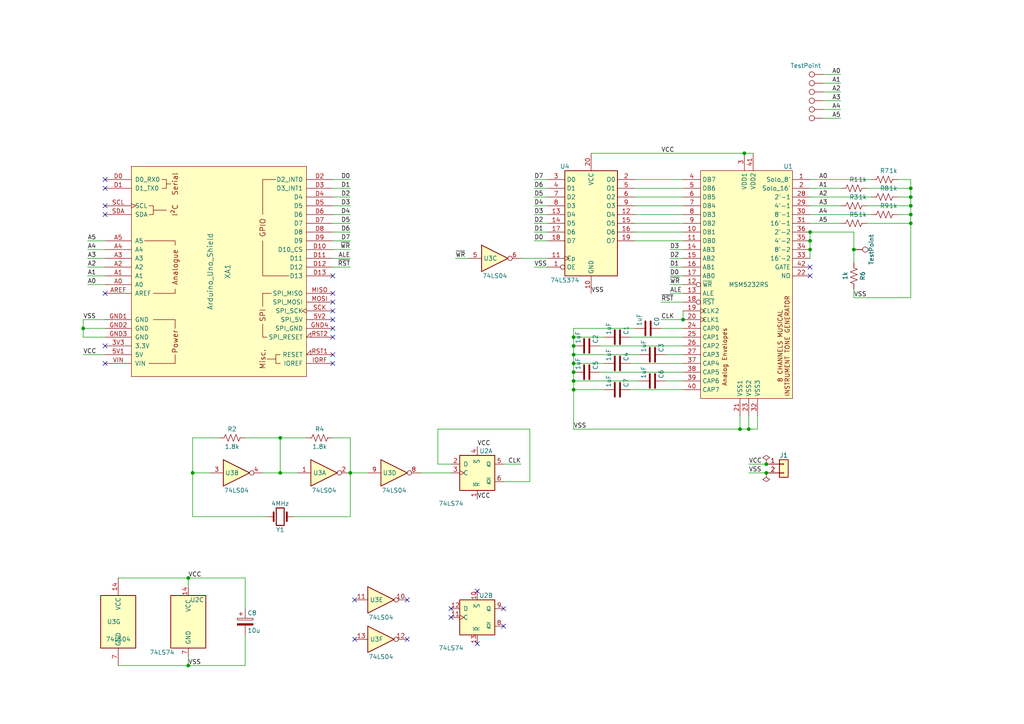
<source format=kicad_sch>
(kicad_sch (version 20231120) (generator "eeschema") (generator_version "8.0")
  (paper "A4")
  (title_block (title "Arduino to MSM5232") (date "2024-12-04") (rev "1") (company "JOTEGO"))
  (lib_symbols
    (symbol "74xx:74LS04"
      (property "Reference" "U" (at 0 1.27 0))
      (property "Value" "74LS04" (at 0 -1.27 0))
      (symbol "74LS04_1_0"
        (polyline (pts (xy -3.81 3.81) (xy -3.81 -3.81) (xy 3.81 0) (xy -3.81 3.81)) (stroke (width 0.254)) (fill (type background)))
        (pin input line (at -7.62 0 0) (length 3.81) (name "~") (number "1"))
        (pin output inverted (at 7.62 0 180) (length 3.81) (name "~") (number "2"))
      )
      (symbol "74LS04_2_0"
        (polyline (pts (xy -3.81 3.81) (xy -3.81 -3.81) (xy 3.81 0) (xy -3.81 3.81)) (stroke (width 0.254)) (fill (type background)))
        (pin input line (at -7.62 0 0) (length 3.81) (name "~") (number "3"))
        (pin output inverted (at 7.62 0 180) (length 3.81) (name "~") (number "4"))
      )
      (symbol "74LS04_3_0"
        (polyline (pts (xy -3.81 3.81) (xy -3.81 -3.81) (xy 3.81 0) (xy -3.81 3.81)) (stroke (width 0.254)) (fill (type background)))
        (pin input line (at -7.62 0 0) (length 3.81) (name "~") (number "5"))
        (pin output inverted (at 7.62 0 180) (length 3.81) (name "~") (number "6"))
      )
      (symbol "74LS04_4_0"
        (polyline (pts (xy -3.81 3.81) (xy -3.81 -3.81) (xy 3.81 0) (xy -3.81 3.81)) (stroke (width 0.254)) (fill (type background)))
        (pin output inverted (at 7.62 0 180) (length 3.81) (name "~") (number "8"))
        (pin input line (at -7.62 0 0) (length 3.81) (name "~") (number "9"))
      )
      (symbol "74LS04_5_0"
        (polyline (pts (xy -3.81 3.81) (xy -3.81 -3.81) (xy 3.81 0) (xy -3.81 3.81)) (stroke (width 0.254)) (fill (type background)))
        (pin output inverted (at 7.62 0 180) (length 3.81) (name "~") (number "10"))
        (pin input line (at -7.62 0 0) (length 3.81) (name "~") (number "11"))
      )
      (symbol "74LS04_6_0"
        (polyline (pts (xy -3.81 3.81) (xy -3.81 -3.81) (xy 3.81 0) (xy -3.81 3.81)) (stroke (width 0.254)) (fill (type background)))
        (pin output inverted (at 7.62 0 180) (length 3.81) (name "~") (number "12"))
        (pin input line (at -7.62 0 0) (length 3.81) (name "~") (number "13"))
      )
      (symbol "74LS04_7_0"
        (pin power_in line (at 0 12.7 270) (length 5.08) (name "VCC") (number "14"))
        (pin power_in line (at 0 -12.7 90) (length 5.08) (name "GND") (number "7"))
      )
      (symbol "74LS04_7_1"
        (rectangle (start -5.08 7.62) (end 5.08 -7.62) (stroke (width 0.254)) (fill (type background)))
      )
    )
    (symbol "74xx:74LS374"
      (property "Reference" "U" (at -7.62 16.51 0))
      (property "Value" "74LS374" (at -7.62 -16.51 0))
      (symbol "74LS374_1_0"
        (pin input inverted (at -12.7 -12.7 0) (length 5.08) (name "OE") (number "1"))
        (pin power_in line (at 0 -20.32 90) (length 5.08) (name "GND") (number "10"))
        (pin input clock (at -12.7 -10.16 0) (length 5.08) (name "Cp") (number "11"))
        (pin tri_state line (at 12.7 2.54 180) (length 5.08) (name "O4") (number "12"))
        (pin input line (at -12.7 2.54 0) (length 5.08) (name "D4") (number "13"))
        (pin input line (at -12.7 0 0) (length 5.08) (name "D5") (number "14"))
        (pin tri_state line (at 12.7 0 180) (length 5.08) (name "O5") (number "15"))
        (pin tri_state line (at 12.7 -2.54 180) (length 5.08) (name "O6") (number "16"))
        (pin input line (at -12.7 -2.54 0) (length 5.08) (name "D6") (number "17"))
        (pin input line (at -12.7 -5.08 0) (length 5.08) (name "D7") (number "18"))
        (pin tri_state line (at 12.7 -5.08 180) (length 5.08) (name "O7") (number "19"))
        (pin tri_state line (at 12.7 12.7 180) (length 5.08) (name "O0") (number "2"))
        (pin power_in line (at 0 20.32 270) (length 5.08) (name "VCC") (number "20"))
        (pin input line (at -12.7 12.7 0) (length 5.08) (name "D0") (number "3"))
        (pin input line (at -12.7 10.16 0) (length 5.08) (name "D1") (number "4"))
        (pin tri_state line (at 12.7 10.16 180) (length 5.08) (name "O1") (number "5"))
        (pin tri_state line (at 12.7 7.62 180) (length 5.08) (name "O2") (number "6"))
        (pin input line (at -12.7 7.62 0) (length 5.08) (name "D2") (number "7"))
        (pin input line (at -12.7 5.08 0) (length 5.08) (name "D3") (number "8"))
        (pin tri_state line (at 12.7 5.08 180) (length 5.08) (name "O3") (number "9"))
      )
      (symbol "74LS374_1_1"
        (rectangle (start -7.62 15.24) (end 7.62 -15.24) (stroke (width 0.254)) (fill (type background)))
      )
    )
    (symbol "74xx:74LS74" (pin_names (offset 1.016))
      (property "Reference" "U" (at -7.62 8.89 0))
      (property "Value" "74LS74" (at -7.62 -8.89 0))
      (symbol "74LS74_1_0"
        (pin input line (at 0 -7.62 90) (length 2.54) (name "~{R}") (number "1"))
        (pin input line (at -7.62 2.54 0) (length 2.54) (name "D") (number "2"))
        (pin input clock (at -7.62 0 0) (length 2.54) (name "C") (number "3"))
        (pin input line (at 0 7.62 270) (length 2.54) (name "~{S}") (number "4"))
        (pin output line (at 7.62 2.54 180) (length 2.54) (name "Q") (number "5"))
        (pin output line (at 7.62 -2.54 180) (length 2.54) (name "~{Q}") (number "6"))
      )
      (symbol "74LS74_1_1"
        (rectangle (start -5.08 5.08) (end 5.08 -5.08) (stroke (width 0.254)) (fill (type background)))
      )
      (symbol "74LS74_2_0"
        (pin input line (at 0 7.62 270) (length 2.54) (name "~{S}") (number "10"))
        (pin input clock (at -7.62 0 0) (length 2.54) (name "C") (number "11"))
        (pin input line (at -7.62 2.54 0) (length 2.54) (name "D") (number "12"))
        (pin input line (at 0 -7.62 90) (length 2.54) (name "~{R}") (number "13"))
        (pin output line (at 7.62 -2.54 180) (length 2.54) (name "~{Q}") (number "8"))
        (pin output line (at 7.62 2.54 180) (length 2.54) (name "Q") (number "9"))
      )
      (symbol "74LS74_2_1"
        (rectangle (start -5.08 5.08) (end 5.08 -5.08) (stroke (width 0.254)) (fill (type background)))
      )
      (symbol "74LS74_3_0"
        (pin power_in line (at 0 10.16 270) (length 2.54) (name "VCC") (number "14"))
        (pin power_in line (at 0 -10.16 90) (length 2.54) (name "GND") (number "7"))
      )
      (symbol "74LS74_3_1"
        (rectangle (start -5.08 7.62) (end 5.08 -7.62) (stroke (width 0.254)) (fill (type background)))
      )
    )
    (symbol "Connector:TestPoint" (pin_numbers hide) (pin_names (offset 0.762) hide)
      (property "Reference" "TP" (at 0 6.858 0))
      (property "Value" "TestPoint" (at 0 5.08 0))
      (symbol "TestPoint_0_1"
        (circle (center 0 3.302) (radius 0.762))
      )
      (symbol "TestPoint_1_1"
        (pin passive line (at 0 0 90) (length 2.54) (name "1") (number "1"))
      )
    )
    (symbol "Connector_Generic:Conn_01x02" (pin_names (offset 1.016) hide)
      (property "Reference" "J" (at 0 2.54 0))
      (property "Value" "Conn_01x02" (at 0 -5.08 0))
      (symbol "Conn_01x02_1_1"
        (rectangle (start -1.27 -2.413) (end 0 -2.667) (stroke (width 0.1524)))
        (rectangle (start -1.27 0.127) (end 0 -0.127) (stroke (width 0.1524)))
        (rectangle (start -1.27 1.27) (end 1.27 -3.81) (stroke (width 0.254)) (fill (type background)))
        (pin passive line (at -5.08 0 0) (length 3.81) (name "Pin_1") (number "1"))
        (pin passive line (at -5.08 -2.54 0) (length 3.81) (name "Pin_2") (number "2"))
      )
    )
    (symbol "Device:C" (pin_numbers hide) (pin_names (offset 0.254))
      (property "Reference" "C" (at 0.635 2.54 0))
      (property "Value" "C" (at 0.635 -2.54 0))
      (symbol "C_0_1"
        (polyline (pts (xy -2.032 -0.762) (xy 2.032 -0.762)) (stroke (width 0.508)))
        (polyline (pts (xy -2.032 0.762) (xy 2.032 0.762)) (stroke (width 0.508)))
      )
      (symbol "C_1_1"
        (pin passive line (at 0 3.81 270) (length 2.794) (name "~") (number "1"))
        (pin passive line (at 0 -3.81 90) (length 2.794) (name "~") (number "2"))
      )
    )
    (symbol "Device:C_Polarized" (pin_numbers hide) (pin_names (offset 0.254))
      (property "Reference" "C" (at 0.635 2.54 0))
      (property "Value" "C_Polarized" (at 0.635 -2.54 0))
      (symbol "C_Polarized_0_1"
        (rectangle (start -2.286 0.508) (end 2.286 1.016))
        (polyline (pts (xy -1.778 2.286) (xy -0.762 2.286)))
        (polyline (pts (xy -1.27 2.794) (xy -1.27 1.778)))
        (rectangle (start 2.286 -0.508) (end -2.286 -1.016) (fill (type outline)))
      )
      (symbol "C_Polarized_1_1"
        (pin passive line (at 0 3.81 270) (length 2.794) (name "~") (number "1"))
        (pin passive line (at 0 -3.81 90) (length 2.794) (name "~") (number "2"))
      )
    )
    (symbol "Device:Crystal" (pin_numbers hide) (pin_names (offset 1.016) hide)
      (property "Reference" "Y" (at 0 3.81 0))
      (property "Value" "Crystal" (at 0 -3.81 0))
      (symbol "Crystal_0_1"
        (rectangle (start -1.143 2.54) (end 1.143 -2.54) (stroke (width 0.3048)))
        (polyline (pts (xy -2.54 0) (xy -1.905 0)))
        (polyline (pts (xy -1.905 -1.27) (xy -1.905 1.27)) (stroke (width 0.508)))
        (polyline (pts (xy 1.905 -1.27) (xy 1.905 1.27)) (stroke (width 0.508)))
        (polyline (pts (xy 2.54 0) (xy 1.905 0)))
      )
      (symbol "Crystal_1_1"
        (pin passive line (at -3.81 0 0) (length 1.27) (name "1") (number "1"))
        (pin passive line (at 3.81 0 180) (length 1.27) (name "2") (number "2"))
      )
    )
    (symbol "Device:R_US" (pin_numbers hide) (pin_names (offset 0))
      (property "Reference" "R" (at 2.54 0 90))
      (property "Value" "R_US" (at -2.54 0 90))
      (symbol "R_US_0_1"
        (polyline (pts (xy 0 -2.286) (xy 0 -2.54)))
        (polyline (pts (xy 0 2.286) (xy 0 2.54)))
        (polyline (pts (xy 0 -0.762) (xy 1.016 -1.143) (xy 0 -1.524) (xy -1.016 -1.905) (xy 0 -2.286)))
        (polyline (pts (xy 0 0.762) (xy 1.016 0.381) (xy 0 0) (xy -1.016 -0.381) (xy 0 -0.762)))
        (polyline (pts (xy 0 2.286) (xy 1.016 1.905) (xy 0 1.524) (xy -1.016 1.143) (xy 0 0.762)))
      )
      (symbol "R_US_1_1"
        (pin passive line (at 0 3.81 270) (length 1.27) (name "~") (number "1"))
        (pin passive line (at 0 -3.81 90) (length 1.27) (name "~") (number "2"))
      )
    )
    (symbol "arduino:Arduino_Uno_Shield" (pin_names (offset 1.016))
      (property "Reference" "XA" (at 2.54 0 90))
      (property "Value" "Arduino_Uno_Shield" (at -2.54 0 90))
      (symbol "Arduino_Uno_Shield_0_0"
        (rectangle (start -25.4 30.48) (end 25.4 -30.48) (fill (type background)))
        (rectangle (start -20.32 -26.67) (end -12.7 -26.67))
        (rectangle (start -19.05 -13.97) (end -12.7 -13.97))
        (polyline (pts (xy -19.05 17.78) (xy -15.24 17.78)))
        (polyline (pts (xy -15.24 25.4) (xy -13.97 25.4)))
        (polyline (pts (xy -12.7 -26.67) (xy -12.7 -24.13)))
        (polyline (pts (xy -12.7 -15.24) (xy -12.7 -16.51)))
        (polyline (pts (xy -12.7 -13.97) (xy -12.7 -15.24)))
        (polyline (pts (xy -12.7 -5.08) (xy -12.7 -6.35) (xy -19.05 -6.35)))
        (polyline (pts (xy -12.7 7.62) (xy -12.7 8.89) (xy -21.59 8.89)))
        (polyline (pts (xy 12.7 8.89) (xy 12.7 -1.27) (xy 20.32 -1.27)))
        (polyline (pts (xy 12.7 16.51) (xy 12.7 26.67) (xy 16.51 26.67)))
        (polyline (pts (xy -20.32 19.05) (xy -19.05 19.05) (xy -19.05 16.51) (xy -20.32 16.51)))
        (polyline (pts (xy -16.51 26.67) (xy -15.24 26.67) (xy -15.24 24.13) (xy -16.51 24.13)))
        (rectangle (start 12.7 -19.05) (end 12.7 -15.24))
        (rectangle (start 12.7 -10.16) (end 12.7 -6.35))
        (rectangle (start 13.97 -19.05) (end 12.7 -19.05))
        (rectangle (start 15.24 -6.35) (end 12.7 -6.35))
        (rectangle (start 16.51 -25.4) (end 13.97 -25.4))
        (rectangle (start 16.51 -24.13) (end 16.51 -26.67))
        (rectangle (start 17.78 -26.67) (end 16.51 -26.67))
        (rectangle (start 17.78 -24.13) (end 16.51 -24.13))
        (text "Analogue" (at -12.7 1.27 900) (effects (font (size 1.524 1.524))))
        (text "I²C" (at -12.7 17.78 900) (effects (font (size 1.524 1.524))))
        (text "Misc." (at 12.7 -25.4 900) (effects (font (size 1.524 1.524))))
        (text "Power" (at -12.7 -20.32 900) (effects (font (size 1.524 1.524))))
        (text "Serial" (at -12.7 25.4 900) (effects (font (size 1.524 1.524))))
        (text "SPI" (at 12.7 -12.7 900) (effects (font (size 1.524 1.524))))
      )
      (symbol "Arduino_Uno_Shield_1_0"
        (text "GPIO" (at 12.7 12.7 900) (effects (font (size 1.524 1.524))))
      )
      (symbol "Arduino_Uno_Shield_1_1"
        (pin power_in line (at -33.02 -21.59 0) (length 7.62) (name "3.3V") (number "3V3"))
        (pin power_in line (at -33.02 -24.13 0) (length 7.62) (name "5V") (number "5V1"))
        (pin power_in line (at 33.02 -13.97 180) (length 7.62) (name "SPI_5V") (number "5V2"))
        (pin bidirectional line (at -33.02 -3.81 0) (length 7.62) (name "A0") (number "A0"))
        (pin bidirectional line (at -33.02 -1.27 0) (length 7.62) (name "A1") (number "A1"))
        (pin bidirectional line (at -33.02 1.27 0) (length 7.62) (name "A2") (number "A2"))
        (pin bidirectional line (at -33.02 3.81 0) (length 7.62) (name "A3") (number "A3"))
        (pin bidirectional line (at -33.02 6.35 0) (length 7.62) (name "A4") (number "A4"))
        (pin bidirectional line (at -33.02 8.89 0) (length 7.62) (name "A5") (number "A5"))
        (pin input line (at -33.02 -6.35 0) (length 7.62) (name "AREF") (number "AREF"))
        (pin bidirectional line (at -33.02 26.67 0) (length 7.62) (name "D0_RX0") (number "D0"))
        (pin bidirectional line (at -33.02 24.13 0) (length 7.62) (name "D1_TX0") (number "D1"))
        (pin bidirectional line (at 33.02 6.35 180) (length 7.62) (name "D10_CS") (number "D10"))
        (pin bidirectional line (at 33.02 3.81 180) (length 7.62) (name "D11") (number "D11"))
        (pin bidirectional line (at 33.02 1.27 180) (length 7.62) (name "D12") (number "D12"))
        (pin bidirectional line (at 33.02 -1.27 180) (length 7.62) (name "D13") (number "D13"))
        (pin bidirectional line (at 33.02 26.67 180) (length 7.62) (name "D2_INT0") (number "D2"))
        (pin bidirectional line (at 33.02 24.13 180) (length 7.62) (name "D3_INT1") (number "D3"))
        (pin bidirectional line (at 33.02 21.59 180) (length 7.62) (name "D4") (number "D4"))
        (pin bidirectional line (at 33.02 19.05 180) (length 7.62) (name "D5") (number "D5"))
        (pin bidirectional line (at 33.02 16.51 180) (length 7.62) (name "D6") (number "D6"))
        (pin bidirectional line (at 33.02 13.97 180) (length 7.62) (name "D7") (number "D7"))
        (pin bidirectional line (at 33.02 11.43 180) (length 7.62) (name "D8") (number "D8"))
        (pin bidirectional line (at 33.02 8.89 180) (length 7.62) (name "D9") (number "D9"))
        (pin power_in line (at -33.02 -13.97 0) (length 7.62) (name "GND") (number "GND1"))
        (pin power_in line (at -33.02 -16.51 0) (length 7.62) (name "GND") (number "GND2"))
        (pin power_in line (at -33.02 -19.05 0) (length 7.62) (name "GND") (number "GND3"))
        (pin power_in line (at 33.02 -16.51 180) (length 7.62) (name "SPI_GND") (number "GND4"))
        (pin output line (at 33.02 -26.67 180) (length 7.62) (name "IOREF") (number "IORF"))
        (pin input line (at 33.02 -6.35 180) (length 7.62) (name "SPI_MISO") (number "MISO"))
        (pin output line (at 33.02 -8.89 180) (length 7.62) (name "SPI_MOSI") (number "MOSI"))
        (pin open_collector input_low (at 33.02 -24.13 180) (length 7.62) (name "RESET") (number "RST1"))
        (pin open_collector input_low (at 33.02 -19.05 180) (length 7.62) (name "SPI_RESET") (number "RST2"))
        (pin output clock (at 33.02 -11.43 180) (length 7.62) (name "SPI_SCK") (number "SCK"))
        (pin bidirectional clock (at -33.02 19.05 0) (length 7.62) (name "SCL") (number "SCL"))
        (pin bidirectional line (at -33.02 16.51 0) (length 7.62) (name "SDA") (number "SDA"))
        (pin power_in line (at -33.02 -26.67 0) (length 7.62) (name "VIN") (number "VIN"))
      )
    )
    (symbol "oki:MSM5232RS"
      (property "Reference" "U" (at 0 2.54 0))
      (property "Value" "MSM5232RS" (at 0 0 0))
      (symbol "MSM5232RS_1_1"
        (rectangle (start -13.97 33.02) (end 12.7 -33.02) (fill (type background)))
        (text "8 CHANNELS MUSICAL\nINSTRUMENT TONE GENERATOR" (at 10.16 -17.78 900) (effects (font (size 1.27 1.27))))
        (text "Analog Envelopes" (at -6.985 -20.955 900) (effects (font (size 1.27 1.27))))
        (pin output line (at 17.78 30.48 180) (length 5.08) (name "Solo_8'") (number "1"))
        (pin input line (at -19.05 15.24 0) (length 5.08) (name "DB1") (number "10"))
        (pin input line (at -19.05 12.7 0) (length 5.08) (name "DB0") (number "11"))
        (pin input inverted (at -19.05 0 0) (length 5.08) (name "~{WR}") (number "12"))
        (pin input line (at -19.05 -2.54 0) (length 5.08) (name "ALE") (number "13"))
        (pin input line (at -19.05 10.16 0) (length 5.08) (name "AB3") (number "14"))
        (pin input line (at -19.05 7.62 0) (length 5.08) (name "AB2") (number "15"))
        (pin input line (at -19.05 5.08 0) (length 5.08) (name "AB1") (number "16"))
        (pin input line (at -19.05 2.54 0) (length 5.08) (name "AB0") (number "17"))
        (pin input inverted (at -19.05 -5.08 0) (length 5.08) (name "~{RST}") (number "18"))
        (pin input clock (at -19.05 -7.62 0) (length 5.08) (name "CLK2") (number "19"))
        (pin output line (at 17.78 27.94 180) (length 5.08) (name "Solo_16'") (number "2"))
        (pin input clock (at -19.05 -10.16 0) (length 5.08) (name "CLK1") (number "20"))
        (pin power_in line (at -2.54 -38.1 90) (length 5.08) (name "VSS1") (number "21"))
        (pin output line (at 17.78 2.54 180) (length 5.08) (name "NO") (number "22"))
        (pin power_in line (at 0 -38.1 90) (length 5.08) (name "VSS2") (number "23"))
        (pin input line (at -19.05 -12.7 0) (length 5.08) (name "CAP0") (number "24"))
        (pin input line (at -19.05 -15.24 0) (length 5.08) (name "CAP1") (number "25"))
        (pin input line (at -19.05 -17.78 0) (length 5.08) (name "CAP2") (number "26"))
        (pin input line (at -19.05 -20.32 0) (length 5.08) (name "CAP3") (number "27"))
        (pin passive line (at 17.78 25.4 180) (length 5.08) (name "2'-1") (number "28"))
        (pin passive line (at 17.78 22.86 180) (length 5.08) (name "4'-1") (number "29"))
        (pin power_in line (at -1.27 38.1 270) (length 5.08) (name "VDD1") (number "3"))
        (pin passive line (at 17.78 20.32 180) (length 5.08) (name "8'-1") (number "30"))
        (pin passive line (at 17.78 17.78 180) (length 5.08) (name "16'-1") (number "31"))
        (pin power_in line (at 2.54 -38.1 90) (length 5.08) (name "VSS3") (number "32"))
        (pin passive line (at 17.78 7.62 180) (length 5.08) (name "16'-2") (number "33"))
        (pin passive line (at 17.78 10.16 180) (length 5.08) (name "8'-2") (number "34"))
        (pin passive line (at 17.78 12.7 180) (length 5.08) (name "4'-2") (number "35"))
        (pin passive line (at 17.78 15.24 180) (length 5.08) (name "2'-2") (number "36"))
        (pin input line (at -19.05 -22.86 0) (length 5.08) (name "CAP4") (number "37"))
        (pin input line (at -19.05 -25.4 0) (length 5.08) (name "CAP5") (number "38"))
        (pin input line (at -19.05 -27.94 0) (length 5.08) (name "CAP6") (number "39"))
        (pin input line (at -19.05 30.48 0) (length 5.08) (name "DB7") (number "4"))
        (pin input line (at -19.05 -30.48 0) (length 5.08) (name "CAP7") (number "40"))
        (pin power_in line (at 1.27 38.1 270) (length 5.08) (name "VDD2") (number "41"))
        (pin output line (at 17.78 5.08 180) (length 5.08) (name "GATE") (number "42"))
        (pin input line (at -19.05 27.94 0) (length 5.08) (name "DB6") (number "5"))
        (pin input line (at -19.05 25.4 0) (length 5.08) (name "DB5") (number "6"))
        (pin input line (at -19.05 22.86 0) (length 5.08) (name "DB4") (number "7"))
        (pin input line (at -19.05 20.32 0) (length 5.08) (name "DB3") (number "8"))
        (pin input line (at -19.05 17.78 0) (length 5.08) (name "DB2") (number "9"))
      )
    )
    (symbol "power:PWR_FLAG" (power) (pin_numbers hide) (pin_names (offset 0) hide)
      (property "Value" "PWR_FLAG" (at 0 3.81 0))
      (symbol "PWR_FLAG_0_0"
        (pin power_out line (at 0 0 90) (length 0) (name "~") (number "1"))
      )
      (symbol "PWR_FLAG_0_1"
        (polyline (pts (xy 0 0) (xy 0 1.27) (xy -1.016 1.905) (xy 0 2.54) (xy 1.016 1.905) (xy 0 1.27)))
      )
    )
  )
  (junction (at 166.37 113.03))
  (junction (at 247.65 72.39))
  (junction (at 81.28 137.16))
  (junction (at 54.61 193.04))
  (junction (at 264.16 54.61))
  (junction (at 166.37 100.33))
  (junction (at 234.95 72.39))
  (junction (at 264.16 57.15))
  (junction (at 166.37 97.79))
  (junction (at 198.12 92.71))
  (junction (at 215.9 44.45))
  (junction (at 166.37 110.49))
  (junction (at 234.95 69.85))
  (junction (at 264.16 59.69))
  (junction (at 264.16 64.77))
  (junction (at 234.95 67.31))
  (junction (at 214.63 124.46))
  (junction (at 166.37 102.87))
  (junction (at 166.37 105.41))
  (junction (at 222.25 137.16))
  (junction (at 54.61 167.64))
  (junction (at 55.88 137.16))
  (junction (at 264.16 62.23))
  (junction (at 101.6 137.16))
  (junction (at 222.25 134.62))
  (junction (at 217.17 124.46))
  (junction (at 81.28 127))
  (junction (at 166.37 107.95))
  (junction (at 24.13 95.25))
  (no_connect (at 96.52 97.79))
  (no_connect (at 30.48 54.61))
  (no_connect (at 146.05 176.53))
  (no_connect (at 118.11 185.42))
  (no_connect (at 96.52 105.41))
  (no_connect (at 234.95 80.01))
  (no_connect (at 146.05 181.61))
  (no_connect (at 96.52 95.25))
  (no_connect (at 102.87 173.99))
  (no_connect (at 30.48 105.41))
  (no_connect (at 96.52 90.17))
  (no_connect (at 30.48 52.07))
  (no_connect (at 130.81 179.07))
  (no_connect (at 30.48 59.69))
  (no_connect (at 96.52 92.71))
  (no_connect (at 30.48 85.09))
  (no_connect (at 130.81 176.53))
  (no_connect (at 138.43 171.45))
  (no_connect (at 96.52 87.63))
  (no_connect (at 138.43 186.69))
  (no_connect (at 118.11 173.99))
  (no_connect (at 96.52 85.09))
  (no_connect (at 102.87 185.42))
  (no_connect (at 30.48 100.33))
  (no_connect (at 234.95 77.47))
  (no_connect (at 30.48 62.23))
  (no_connect (at 96.52 102.87))
  (no_connect (at 96.52 80.01))
  (wire (pts (xy 238.76 29.21) (xy 243.84 29.21)))
  (wire (pts (xy 30.48 77.47) (xy 25.4 77.47)))
  (wire (pts (xy 154.94 67.31) (xy 158.75 67.31)))
  (wire (pts (xy 234.95 54.61) (xy 243.84 54.61)))
  (wire (pts (xy 55.88 137.16) (xy 55.88 127)))
  (wire (pts (xy 182.88 113.03) (xy 198.12 113.03)))
  (wire (pts (xy 60.96 137.16) (xy 55.88 137.16)))
  (wire (pts (xy 96.52 57.15) (xy 101.6 57.15)))
  (wire (pts (xy 96.52 54.61) (xy 101.6 54.61)))
  (wire (pts (xy 166.37 95.25) (xy 166.37 97.79)))
  (wire (pts (xy 30.48 82.55) (xy 25.4 82.55)))
  (wire (pts (xy 234.95 52.07) (xy 252.73 52.07)))
  (wire (pts (xy 71.12 167.64) (xy 54.61 167.64)))
  (wire (pts (xy 238.76 26.67) (xy 243.84 26.67)))
  (wire (pts (xy 264.16 52.07) (xy 264.16 54.61)))
  (wire (pts (xy 96.52 69.85) (xy 101.6 69.85)))
  (wire (pts (xy 191.77 87.63) (xy 198.12 87.63)))
  (wire (pts (xy 101.6 137.16) (xy 101.6 149.86)))
  (wire (pts (xy 260.35 62.23) (xy 264.16 62.23)))
  (wire (pts (xy 154.94 52.07) (xy 158.75 52.07)))
  (wire (pts (xy 260.35 52.07) (xy 264.16 52.07)))
  (wire (pts (xy 247.65 72.39) (xy 247.65 76.2)))
  (wire (pts (xy 234.95 72.39) (xy 234.95 74.93)))
  (wire (pts (xy 238.76 21.59) (xy 243.84 21.59)))
  (wire (pts (xy 24.13 97.79) (xy 30.48 97.79)))
  (wire (pts (xy 24.13 95.25) (xy 24.13 97.79)))
  (wire (pts (xy 194.31 80.01) (xy 198.12 80.01)))
  (wire (pts (xy 234.95 59.69) (xy 243.84 59.69)))
  (wire (pts (xy 264.16 54.61) (xy 264.16 57.15)))
  (wire (pts (xy 215.9 44.45) (xy 218.44 44.45)))
  (wire (pts (xy 166.37 110.49) (xy 185.42 110.49)))
  (wire (pts (xy 238.76 31.75) (xy 243.84 31.75)))
  (wire (pts (xy 234.95 67.31) (xy 234.95 69.85)))
  (wire (pts (xy 96.52 67.31) (xy 101.6 67.31)))
  (wire (pts (xy 214.63 124.46) (xy 217.17 124.46)))
  (wire (pts (xy 238.76 34.29) (xy 243.84 34.29)))
  (wire (pts (xy 30.48 69.85) (xy 25.4 69.85)))
  (wire (pts (xy 194.31 85.09) (xy 198.12 85.09)))
  (wire (pts (xy 166.37 105.41) (xy 175.26 105.41)))
  (wire (pts (xy 96.52 62.23) (xy 101.6 62.23)))
  (wire (pts (xy 151.13 74.93) (xy 158.75 74.93)))
  (wire (pts (xy 264.16 64.77) (xy 251.46 64.77)))
  (wire (pts (xy 175.26 113.03) (xy 166.37 113.03)))
  (wire (pts (xy 264.16 86.36) (xy 247.65 86.36)))
  (wire (pts (xy 173.99 107.95) (xy 198.12 107.95)))
  (wire (pts (xy 153.67 139.7) (xy 146.05 139.7)))
  (wire (pts (xy 238.76 24.13) (xy 243.84 24.13)))
  (wire (pts (xy 166.37 102.87) (xy 166.37 105.41)))
  (wire (pts (xy 127 124.46) (xy 153.67 124.46)))
  (wire (pts (xy 154.94 62.23) (xy 158.75 62.23)))
  (wire (pts (xy 55.88 127) (xy 63.5 127)))
  (wire (pts (xy 234.95 64.77) (xy 243.84 64.77)))
  (wire (pts (xy 71.12 184.15) (xy 71.12 193.04)))
  (wire (pts (xy 34.29 193.04) (xy 54.61 193.04)))
  (wire (pts (xy 153.67 124.46) (xy 153.67 139.7)))
  (wire (pts (xy 247.65 86.36) (xy 247.65 83.82)))
  (wire (pts (xy 166.37 100.33) (xy 166.37 102.87)))
  (wire (pts (xy 30.48 72.39) (xy 25.4 72.39)))
  (wire (pts (xy 184.15 69.85) (xy 198.12 69.85)))
  (wire (pts (xy 24.13 92.71) (xy 30.48 92.71)))
  (wire (pts (xy 264.16 64.77) (xy 264.16 86.36)))
  (wire (pts (xy 193.04 102.87) (xy 198.12 102.87)))
  (wire (pts (xy 54.61 167.64) (xy 54.61 170.18)))
  (wire (pts (xy 81.28 127) (xy 88.9 127)))
  (wire (pts (xy 234.95 57.15) (xy 252.73 57.15)))
  (wire (pts (xy 76.2 137.16) (xy 81.28 137.16)))
  (wire (pts (xy 193.04 110.49) (xy 198.12 110.49)))
  (wire (pts (xy 166.37 113.03) (xy 166.37 110.49)))
  (wire (pts (xy 234.95 69.85) (xy 234.95 72.39)))
  (wire (pts (xy 182.88 97.79) (xy 198.12 97.79)))
  (wire (pts (xy 184.15 59.69) (xy 198.12 59.69)))
  (wire (pts (xy 166.37 105.41) (xy 166.37 107.95)))
  (wire (pts (xy 71.12 193.04) (xy 54.61 193.04)))
  (wire (pts (xy 184.15 62.23) (xy 198.12 62.23)))
  (wire (pts (xy 30.48 80.01) (xy 25.4 80.01)))
  (wire (pts (xy 101.6 149.86) (xy 85.09 149.86)))
  (wire (pts (xy 96.52 59.69) (xy 101.6 59.69)))
  (wire (pts (xy 173.99 100.33) (xy 198.12 100.33)))
  (wire (pts (xy 154.94 57.15) (xy 158.75 57.15)))
  (wire (pts (xy 251.46 59.69) (xy 264.16 59.69)))
  (wire (pts (xy 81.28 137.16) (xy 81.28 127)))
  (wire (pts (xy 154.94 69.85) (xy 158.75 69.85)))
  (wire (pts (xy 166.37 97.79) (xy 166.37 100.33)))
  (wire (pts (xy 54.61 193.04) (xy 54.61 190.5)))
  (wire (pts (xy 55.88 137.16) (xy 55.88 149.86)))
  (wire (pts (xy 184.15 54.61) (xy 198.12 54.61)))
  (wire (pts (xy 184.15 52.07) (xy 198.12 52.07)))
  (wire (pts (xy 194.31 74.93) (xy 198.12 74.93)))
  (wire (pts (xy 154.94 54.61) (xy 158.75 54.61)))
  (wire (pts (xy 234.95 62.23) (xy 252.73 62.23)))
  (wire (pts (xy 184.15 64.77) (xy 198.12 64.77)))
  (wire (pts (xy 219.71 124.46) (xy 219.71 120.65)))
  (wire (pts (xy 264.16 59.69) (xy 264.16 62.23)))
  (wire (pts (xy 194.31 82.55) (xy 198.12 82.55)))
  (wire (pts (xy 101.6 127) (xy 101.6 137.16)))
  (wire (pts (xy 264.16 62.23) (xy 264.16 64.77)))
  (wire (pts (xy 214.63 120.65) (xy 214.63 124.46)))
  (wire (pts (xy 264.16 57.15) (xy 264.16 59.69)))
  (wire (pts (xy 55.88 149.86) (xy 77.47 149.86)))
  (wire (pts (xy 198.12 90.17) (xy 198.12 92.71)))
  (wire (pts (xy 30.48 74.93) (xy 25.4 74.93)))
  (wire (pts (xy 191.77 95.25) (xy 198.12 95.25)))
  (wire (pts (xy 24.13 95.25) (xy 30.48 95.25)))
  (wire (pts (xy 71.12 176.53) (xy 71.12 167.64)))
  (wire (pts (xy 130.81 134.62) (xy 127 134.62)))
  (wire (pts (xy 96.52 64.77) (xy 101.6 64.77)))
  (wire (pts (xy 96.52 74.93) (xy 101.6 74.93)))
  (wire (pts (xy 166.37 113.03) (xy 166.37 124.46)))
  (wire (pts (xy 166.37 124.46) (xy 214.63 124.46)))
  (wire (pts (xy 146.05 134.62) (xy 151.13 134.62)))
  (wire (pts (xy 251.46 54.61) (xy 264.16 54.61)))
  (wire (pts (xy 194.31 72.39) (xy 198.12 72.39)))
  (wire (pts (xy 81.28 137.16) (xy 86.36 137.16)))
  (wire (pts (xy 260.35 57.15) (xy 264.16 57.15)))
  (wire (pts (xy 127 134.62) (xy 127 124.46)))
  (wire (pts (xy 217.17 120.65) (xy 217.17 124.46)))
  (wire (pts (xy 121.92 137.16) (xy 130.81 137.16)))
  (wire (pts (xy 184.15 67.31) (xy 198.12 67.31)))
  (wire (pts (xy 184.15 95.25) (xy 166.37 95.25)))
  (wire (pts (xy 96.52 127) (xy 101.6 127)))
  (wire (pts (xy 101.6 137.16) (xy 106.68 137.16)))
  (wire (pts (xy 171.45 44.45) (xy 215.9 44.45)))
  (wire (pts (xy 96.52 77.47) (xy 101.6 77.47)))
  (wire (pts (xy 132.08 74.93) (xy 135.89 74.93)))
  (wire (pts (xy 234.95 67.31) (xy 247.65 67.31)))
  (wire (pts (xy 154.94 59.69) (xy 158.75 59.69)))
  (wire (pts (xy 166.37 97.79) (xy 175.26 97.79)))
  (wire (pts (xy 96.52 72.39) (xy 101.6 72.39)))
  (wire (pts (xy 184.15 57.15) (xy 198.12 57.15)))
  (wire (pts (xy 191.77 92.71) (xy 198.12 92.71)))
  (wire (pts (xy 217.17 137.16) (xy 222.25 137.16)))
  (wire (pts (xy 154.94 64.77) (xy 158.75 64.77)))
  (wire (pts (xy 217.17 134.62) (xy 222.25 134.62)))
  (wire (pts (xy 217.17 124.46) (xy 219.71 124.46)))
  (wire (pts (xy 24.13 102.87) (xy 30.48 102.87)))
  (wire (pts (xy 96.52 52.07) (xy 101.6 52.07)))
  (wire (pts (xy 71.12 127) (xy 81.28 127)))
  (wire (pts (xy 166.37 102.87) (xy 185.42 102.87)))
  (wire (pts (xy 247.65 67.31) (xy 247.65 72.39)))
  (wire (pts (xy 154.94 77.47) (xy 158.75 77.47)))
  (wire (pts (xy 194.31 77.47) (xy 198.12 77.47)))
  (wire (pts (xy 166.37 110.49) (xy 166.37 107.95)))
  (wire (pts (xy 34.29 167.64) (xy 54.61 167.64)))
  (wire (pts (xy 182.88 105.41) (xy 198.12 105.41)))
  (wire (pts (xy 24.13 92.71) (xy 24.13 95.25)))
  (label "ALE" (at 101.6 74.93 180))
  (label "A3" (at 243.84 29.21 180))
  (label "A2" (at 240.03 57.15 180))
  (label "VSS" (at 171.45 85.09 0))
  (label "~{RST}" (at 191.77 87.63 0))
  (label "D5" (at 154.94 57.15 0))
  (label "D7" (at 101.6 69.85 180))
  (label "A0" (at 243.84 21.59 180))
  (label "A3" (at 240.03 59.69 180))
  (label "~{WR}" (at 194.31 82.55 0))
  (label "VCC" (at 191.77 44.45 0))
  (label "D0" (at 101.6 52.07 180))
  (label "A2" (at 243.84 26.67 180))
  (label "D5" (at 101.6 64.77 180))
  (label "D3" (at 194.31 72.39 0))
  (label "ALE" (at 194.31 85.09 0))
  (label "VCC" (at 138.43 129.54 0))
  (label "A3" (at 25.4 74.93 0))
  (label "~{WR}" (at 101.6 72.39 180))
  (label "D2" (at 154.94 64.77 0))
  (label "A1" (at 25.4 80.01 0))
  (label "D2" (at 101.6 57.15 180))
  (label "VCC" (at 24.13 102.87 0))
  (label "~{WR}" (at 132.08 74.93 0))
  (label "D2" (at 194.31 74.93 0))
  (label "D6" (at 101.6 67.31 180))
  (label "CLK" (at 151.13 134.62 180))
  (label "D1" (at 154.94 67.31 0))
  (label "VCC" (at 54.61 167.64 0))
  (label "A4" (at 243.84 31.75 180))
  (label "A5" (at 243.84 34.29 180))
  (label "D3" (at 154.94 62.23 0))
  (label "VSS" (at 166.37 124.46 0))
  (label "A4" (at 25.4 72.39 0))
  (label "A0" (at 240.03 52.07 180))
  (label "A1" (at 243.84 24.13 180))
  (label "D7" (at 154.94 52.07 0))
  (label "VSS" (at 54.61 193.04 0))
  (label "CLK" (at 191.77 92.71 0))
  (label "A0" (at 25.4 82.55 0))
  (label "D1" (at 194.31 77.47 0))
  (label "D4" (at 154.94 59.69 0))
  (label "D3" (at 101.6 59.69 180))
  (label "A1" (at 240.03 54.61 180))
  (label "A5" (at 25.4 69.85 0))
  (label "VCC" (at 138.43 144.78 0))
  (label "VCC" (at 217.17 134.62 0))
  (label "VSS" (at 217.17 137.16 0))
  (label "A4" (at 240.03 62.23 180))
  (label "VSS" (at 247.65 86.36 0))
  (label "D0" (at 194.31 80.01 0))
  (label "~{RST}" (at 101.6 77.47 180))
  (label "A5" (at 240.03 64.77 180))
  (label "VSS" (at 24.13 92.71 0))
  (label "D4" (at 101.6 62.23 180))
  (label "VSS" (at 154.94 77.47 0))
  (label "D6" (at 154.94 54.61 0))
  (label "A2" (at 25.4 77.47 0))
  (label "D1" (at 101.6 54.61 180))
  (label "D0" (at 154.94 69.85 0))
  (symbol (lib_id "Device:Crystal") (at 81.28 149.86 180) (unit 1)
    (property "Reference" "Y1" (at 81.28 153.67 0))
    (property "Value" "4MHz" (at 81.28 146.05 0))
    (property "Description" "Two pin crystal" (effects (hide yes)))
  )
  (symbol (lib_id "Device:C") (at 189.23 102.87 270) (mirror x) (unit 1)
    (property "Reference" "C3" (at 191.77 102.235 0) (effects (justify left)))
    (property "Value" "1uF" (at 186.69 102.235 0) (effects (justify left)))
    (property "Description" "Unpolarized capacitor" (effects (hide yes)))
  )
  (symbol (lib_id "power:PWR_FLAG") (at 222.25 134.62 0) (unit 1)
    (property "Reference" "#FLG01" (effects (hide yes)))
    (property "Value" "PWR_FLAG" (effects (hide yes)))
    (property "Description" "Special symbol for telling ERC where power comes from" (effects (hide yes)))
  )
  (symbol (lib_id "Device:R_US") (at 247.65 54.61 90) (unit 1)
    (property "Reference" "R1" (at 247.65 52.07 90))
    (property "Value" "1k" (at 250.19 52.07 90))
    (property "Description" "Resistor, US symbol" (effects (hide yes)))
  )
  (symbol (lib_id "Device:C") (at 170.18 107.95 270) (mirror x) (unit 1)
    (property "Reference" "C5" (at 172.72 107.315 0) (effects (justify left)))
    (property "Value" "1uF" (at 167.64 107.315 0) (effects (justify left)))
    (property "Description" "Unpolarized capacitor" (effects (hide yes)))
  )
  (symbol (lib_id "74xx:74LS04") (at 114.3 137.16 0) (unit 4)
    (property "Reference" "U3" (at 113.03 137.16 0))
    (property "Value" "74LS04" (at 114.3 142.24 0))
    (property "Datasheet" "http://www.ti.com/lit/gpn/sn74LS04" (effects (hide yes)))
    (property "Description" "Hex Inverter" (effects (hide yes)))
  )
  (symbol (lib_id "arduino:Arduino_Uno_Shield") (at 63.5 78.74 0) (unit 1)
    (property "Reference" "XA1" (at 66.04 78.74 90) (effects (font (size 1.524 1.524))))
    (property "Value" "Arduino_Uno_Shield" (at 60.96 78.74 90) (effects (font (size 1.524 1.524))))
    (property "Datasheet" "https://store.arduino.cc/arduino-uno-rev3" (effects (hide yes)))
    (property "Description" "Shield for Arduino Uno" (effects (hide yes)))
  )
  (symbol (lib_id "74xx:74LS374") (at 171.45 64.77 0) (unit 1)
    (property "Reference" "U4" (at 163.83 48.26 0))
    (property "Value" "74LS374" (at 163.83 81.28 0))
    (property "Datasheet" "http://www.ti.com/lit/gpn/sn74LS374" (effects (hide yes)))
    (property "Description" "8-bit Register, 3-state outputs" (effects (hide yes)))
  )
  (symbol (lib_id "oki:MSM5232RS") (at 217.17 82.55 0) (unit 1)
    (property "Reference" "U1" (at 228.6 48.26 0))
    (property "Value" "MSM5232RS" (at 217.17 82.55 0))
    (property "Datasheet" "https://es.scribd.com/document/265039257/msm5232rs" (effects (hide yes)))
  )
  (symbol (lib_id "Connector:TestPoint") (at 238.76 21.59 90) (unit 1)
    (property "Reference" "TP1" (effects (hide yes)))
    (property "Value" "TestPoint" (at 233.68 19.05 90))
    (property "Description" "test point" (effects (hide yes)))
  )
  (symbol (lib_id "Connector:TestPoint") (at 238.76 26.67 90) (unit 1)
    (property "Reference" "TP3" (effects (hide yes)))
    (property "Value" "TestPoint" (effects (hide yes)))
    (property "Description" "test point" (effects (hide yes)))
  )
  (symbol (lib_id "Connector:TestPoint") (at 238.76 34.29 90) (unit 1)
    (property "Reference" "TP6" (effects (hide yes)))
    (property "Value" "TestPoint" (effects (hide yes)))
    (property "Description" "test point" (effects (hide yes)))
  )
  (symbol (lib_id "power:PWR_FLAG") (at 222.25 137.16 0) (mirror x) (unit 1)
    (property "Reference" "#FLG02" (effects (hide yes)))
    (property "Value" "PWR_FLAG" (effects (hide yes)))
    (property "Description" "Special symbol for telling ERC where power comes from" (effects (hide yes)))
  )
  (symbol (lib_id "Device:R_US") (at 92.71 127 90) (unit 1)
    (property "Reference" "R4" (at 92.71 124.46 90))
    (property "Value" "1.8k" (at 92.71 129.54 90))
    (property "Description" "Resistor, US symbol" (effects (hide yes)))
  )
  (symbol (lib_id "74xx:74LS04") (at 93.98 137.16 0) (unit 1)
    (property "Reference" "U3" (at 92.71 137.16 0))
    (property "Value" "74LS04" (at 93.98 142.24 0))
    (property "Datasheet" "http://www.ti.com/lit/gpn/sn74LS04" (effects (hide yes)))
    (property "Description" "Hex Inverter" (effects (hide yes)))
  )
  (symbol (lib_id "Device:R_US") (at 256.54 57.15 90) (unit 1)
    (property "Reference" "R8" (at 256.54 54.61 90))
    (property "Value" "1k" (at 259.08 54.61 90))
    (property "Description" "Resistor, US symbol" (effects (hide yes)))
  )
  (symbol (lib_id "Device:R_US") (at 247.65 80.01 0) (unit 1)
    (property "Reference" "R6" (at 250.19 80.01 90))
    (property "Value" "1k" (at 245.11 80.01 90))
    (property "Description" "Resistor, US symbol" (effects (hide yes)))
  )
  (symbol (lib_id "74xx:74LS04") (at 110.49 173.99 0) (unit 5)
    (property "Reference" "U3" (at 109.22 173.99 0))
    (property "Value" "74LS04" (at 110.49 179.07 0))
    (property "Datasheet" "http://www.ti.com/lit/gpn/sn74LS04" (effects (hide yes)))
    (property "Description" "Hex Inverter" (effects (hide yes)))
  )
  (symbol (lib_id "Device:R_US") (at 67.31 127 90) (unit 1)
    (property "Reference" "R2" (at 67.31 124.46 90))
    (property "Value" "1.8k" (at 67.31 129.54 90))
    (property "Description" "Resistor, US symbol" (effects (hide yes)))
  )
  (symbol (lib_id "Connector:TestPoint") (at 247.65 72.39 270) (unit 1)
    (property "Reference" "TP7" (effects (hide yes)))
    (property "Value" "TestPoint" (at 252.73 72.39 0))
    (property "Description" "test point" (effects (hide yes)))
  )
  (symbol (lib_id "Connector:TestPoint") (at 238.76 31.75 90) (unit 1)
    (property "Reference" "TP5" (effects (hide yes)))
    (property "Value" "TestPoint" (effects (hide yes)))
    (property "Description" "test point" (effects (hide yes)))
  )
  (symbol (lib_id "Device:R_US") (at 247.65 64.77 90) (unit 1)
    (property "Reference" "R5" (at 247.65 62.23 90))
    (property "Value" "1k" (at 250.19 62.23 90))
    (property "Description" "Resistor, US symbol" (effects (hide yes)))
  )
  (symbol (lib_id "Device:R_US") (at 256.54 62.23 90) (unit 1)
    (property "Reference" "R9" (at 256.54 59.69 90))
    (property "Value" "1k" (at 259.08 59.69 90))
    (property "Description" "Resistor, US symbol" (effects (hide yes)))
  )
  (symbol (lib_id "Device:C") (at 189.23 110.49 270) (mirror x) (unit 1)
    (property "Reference" "C6" (at 191.77 109.855 0) (effects (justify left)))
    (property "Value" "1uF" (at 186.69 109.855 0) (effects (justify left)))
    (property "Description" "Unpolarized capacitor" (effects (hide yes)))
  )
  (symbol (lib_id "74xx:74LS04") (at 34.29 180.34 0) (unit 7)
    (property "Reference" "U3" (at 33.02 180.34 0))
    (property "Value" "74LS04" (at 34.29 185.42 0))
    (property "Datasheet" "http://www.ti.com/lit/gpn/sn74LS04" (effects (hide yes)))
    (property "Description" "Hex Inverter" (effects (hide yes)))
  )
  (symbol (lib_id "Device:C") (at 170.18 100.33 270) (mirror x) (unit 1)
    (property "Reference" "C2" (at 172.72 99.695 0) (effects (justify left)))
    (property "Value" "1uF" (at 167.64 99.695 0) (effects (justify left)))
    (property "Description" "Unpolarized capacitor" (effects (hide yes)))
  )
  (symbol (lib_id "Device:C") (at 179.07 113.03 270) (mirror x) (unit 1)
    (property "Reference" "C7" (at 181.61 112.395 0) (effects (justify left)))
    (property "Value" "1uF" (at 176.53 112.395 0) (effects (justify left)))
    (property "Description" "Unpolarized capacitor" (effects (hide yes)))
  )
  (symbol (lib_id "74xx:74LS74") (at 138.43 137.16 0) (unit 1)
    (property "Reference" "U2" (at 140.97 130.81 0))
    (property "Value" "74LS74" (at 130.81 146.05 0))
    (property "Datasheet" "74xx/74hc_hct74.pdf" (effects (hide yes)))
    (property "Description" "Dual D Flip-flop, Set & Reset" (effects (hide yes)))
  )
  (symbol (lib_id "Connector:TestPoint") (at 238.76 29.21 90) (unit 1)
    (property "Reference" "TP4" (effects (hide yes)))
    (property "Value" "TestPoint" (effects (hide yes)))
    (property "Description" "test point" (effects (hide yes)))
  )
  (symbol (lib_id "Device:R_US") (at 247.65 59.69 90) (unit 1)
    (property "Reference" "R3" (at 247.65 57.15 90))
    (property "Value" "1k" (at 250.19 57.15 90))
    (property "Description" "Resistor, US symbol" (effects (hide yes)))
  )
  (symbol (lib_id "74xx:74LS04") (at 68.58 137.16 0) (unit 2)
    (property "Reference" "U3" (at 67.31 137.16 0))
    (property "Value" "74LS04" (at 68.58 142.24 0))
    (property "Datasheet" "http://www.ti.com/lit/gpn/sn74LS04" (effects (hide yes)))
    (property "Description" "Hex Inverter" (effects (hide yes)))
  )
  (symbol (lib_id "74xx:74LS04") (at 110.49 185.42 0) (unit 6)
    (property "Reference" "U3" (at 109.22 185.42 0))
    (property "Value" "74LS04" (at 110.49 190.5 0))
    (property "Datasheet" "http://www.ti.com/lit/gpn/sn74LS04" (effects (hide yes)))
    (property "Description" "Hex Inverter" (effects (hide yes)))
  )
  (symbol (lib_id "Connector_Generic:Conn_01x02") (at 227.33 134.62 0) (unit 1)
    (property "Reference" "J1" (at 227.33 132.08 0))
    (property "Value" "Conn_01x02" (effects (hide yes)))
    (property "Description" "Generic connector, single row, 01x02, script generated (kicad-library-utils/schlib/autogen/connector/)" (effects (hide yes)))
  )
  (symbol (lib_id "Device:C_Polarized") (at 71.12 180.34 0) (unit 1)
    (property "Reference" "C8" (at 71.755 177.8 0) (effects (justify left)))
    (property "Value" "10u" (at 71.755 182.88 0) (effects (justify left)))
    (property "Description" "Polarized capacitor" (effects (hide yes)))
  )
  (symbol (lib_id "74xx:74LS74") (at 138.43 179.07 0) (unit 2)
    (property "Reference" "U2" (at 140.97 172.72 0))
    (property "Value" "74LS74" (at 130.81 187.96 0))
    (property "Datasheet" "74xx/74hc_hct74.pdf" (effects (hide yes)))
    (property "Description" "Dual D Flip-flop, Set & Reset" (effects (hide yes)))
  )
  (symbol (lib_id "Device:C") (at 179.07 97.79 270) (mirror x) (unit 1)
    (property "Reference" "C1" (at 181.61 97.155 0) (effects (justify left)))
    (property "Value" "1uF" (at 176.53 97.155 0) (effects (justify left)))
    (property "Description" "Unpolarized capacitor" (effects (hide yes)))
  )
  (symbol (lib_id "74xx:74LS04") (at 143.51 74.93 0) (unit 3)
    (property "Reference" "U3" (at 142.24 74.93 0))
    (property "Value" "74LS04" (at 143.51 80.01 0))
    (property "Datasheet" "http://www.ti.com/lit/gpn/sn74LS04" (effects (hide yes)))
    (property "Description" "Hex Inverter" (effects (hide yes)))
  )
  (symbol (lib_id "Device:C") (at 187.96 95.25 270) (mirror x) (unit 1)
    (property "Reference" "C0" (at 190.5 94.615 0) (effects (justify left)))
    (property "Value" "1uF" (at 185.42 94.615 0) (effects (justify left)))
    (property "Description" "Unpolarized capacitor" (effects (hide yes)))
  )
  (symbol (lib_id "Connector:TestPoint") (at 238.76 24.13 90) (unit 1)
    (property "Reference" "TP2" (effects (hide yes)))
    (property "Value" "TestPoint" (effects (hide yes)))
    (property "Description" "test point" (effects (hide yes)))
  )
  (symbol (lib_id "74xx:74LS74") (at 54.61 180.34 0) (unit 3)
    (property "Reference" "U2" (at 57.15 173.99 0))
    (property "Value" "74LS74" (at 46.99 189.23 0))
    (property "Datasheet" "74xx/74hc_hct74.pdf" (effects (hide yes)))
    (property "Description" "Dual D Flip-flop, Set & Reset" (effects (hide yes)))
  )
  (symbol (lib_id "Device:C") (at 179.07 105.41 270) (mirror x) (unit 1)
    (property "Reference" "C4" (at 181.61 104.775 0) (effects (justify left)))
    (property "Value" "1uF" (at 176.53 104.775 0) (effects (justify left)))
    (property "Description" "Unpolarized capacitor" (effects (hide yes)))
  )
  (symbol (lib_id "Device:R_US") (at 256.54 52.07 90) (unit 1)
    (property "Reference" "R7" (at 256.54 49.53 90))
    (property "Value" "1k" (at 259.08 49.53 90))
    (property "Description" "Resistor, US symbol" (effects (hide yes)))
  )
)
</source>
